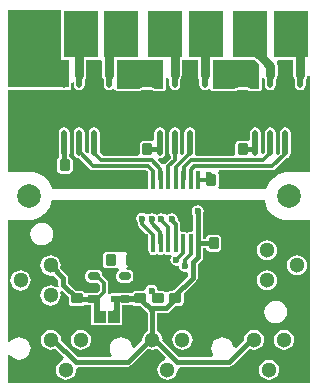
<source format=gbl>
G04*
G04 #@! TF.GenerationSoftware,Altium Limited,Altium Designer,19.1.8 (144)*
G04*
G04 Layer_Physical_Order=2*
G04 Layer_Color=16711680*
%FSLAX43Y43*%
%MOMM*%
G71*
G01*
G75*
%ADD12C,0.300*%
G04:AMPARAMS|DCode=30|XSize=1.8mm|YSize=1.15mm|CornerRadius=0.144mm|HoleSize=0mm|Usage=FLASHONLY|Rotation=0.000|XOffset=0mm|YOffset=0mm|HoleType=Round|Shape=RoundedRectangle|*
%AMROUNDEDRECTD30*
21,1,1.800,0.863,0,0,0.0*
21,1,1.513,1.150,0,0,0.0*
1,1,0.288,0.756,-0.431*
1,1,0.288,-0.756,-0.431*
1,1,0.288,-0.756,0.431*
1,1,0.288,0.756,0.431*
%
%ADD30ROUNDEDRECTD30*%
G04:AMPARAMS|DCode=32|XSize=1mm|YSize=0.9mm|CornerRadius=0.113mm|HoleSize=0mm|Usage=FLASHONLY|Rotation=270.000|XOffset=0mm|YOffset=0mm|HoleType=Round|Shape=RoundedRectangle|*
%AMROUNDEDRECTD32*
21,1,1.000,0.675,0,0,270.0*
21,1,0.775,0.900,0,0,270.0*
1,1,0.225,-0.338,-0.388*
1,1,0.225,-0.338,0.388*
1,1,0.225,0.338,0.388*
1,1,0.225,0.338,-0.388*
%
%ADD32ROUNDEDRECTD32*%
%ADD37C,0.400*%
%ADD38C,0.500*%
%ADD39C,1.300*%
%ADD40C,2.000*%
%ADD41C,0.600*%
%ADD42R,0.400X1.550*%
%ADD43O,0.400X1.550*%
%ADD44R,3.100X2.400*%
%ADD45R,0.500X2.200*%
%ADD46O,0.500X2.200*%
%ADD47R,1.000X1.000*%
G04:AMPARAMS|DCode=48|XSize=1mm|YSize=0.9mm|CornerRadius=0.113mm|HoleSize=0mm|Usage=FLASHONLY|Rotation=180.000|XOffset=0mm|YOffset=0mm|HoleType=Round|Shape=RoundedRectangle|*
%AMROUNDEDRECTD48*
21,1,1.000,0.675,0,0,180.0*
21,1,0.775,0.900,0,0,180.0*
1,1,0.225,-0.388,0.338*
1,1,0.225,0.388,0.338*
1,1,0.225,0.388,-0.338*
1,1,0.225,-0.388,-0.338*
%
%ADD48ROUNDEDRECTD48*%
%ADD49R,3.000X4.000*%
%ADD50R,1.000X0.660*%
G04:AMPARAMS|DCode=51|XSize=1mm|YSize=0.66mm|CornerRadius=0.165mm|HoleSize=0mm|Usage=FLASHONLY|Rotation=0.000|XOffset=0mm|YOffset=0mm|HoleType=Round|Shape=RoundedRectangle|*
%AMROUNDEDRECTD51*
21,1,1.000,0.330,0,0,0.0*
21,1,0.670,0.660,0,0,0.0*
1,1,0.330,0.335,-0.165*
1,1,0.330,-0.335,-0.165*
1,1,0.330,-0.335,0.165*
1,1,0.330,0.335,0.165*
%
%ADD51ROUNDEDRECTD51*%
%ADD52R,4.000X3.000*%
%ADD53C,0.800*%
G36*
X4700Y31796D02*
Y27500D01*
X5400D01*
Y25200D01*
X4218D01*
X4188Y25206D01*
X3413D01*
X3382Y25200D01*
X204D01*
Y31796D01*
X4700Y31796D01*
D02*
G37*
G36*
X21159Y27498D02*
X21500Y27157D01*
Y25100D01*
X20721D01*
X20713Y25113D01*
X20609Y25182D01*
X20488Y25206D01*
X19713D01*
X19591Y25182D01*
X19487Y25113D01*
X19479Y25100D01*
X17600D01*
Y27500D01*
X21156D01*
X21159Y27498D01*
D02*
G37*
G36*
X13400Y25100D02*
X12621D01*
X12613Y25113D01*
X12509Y25182D01*
X12388Y25206D01*
X11613D01*
X11491Y25182D01*
X11387Y25113D01*
X11379Y25100D01*
X9500D01*
Y27500D01*
X13400D01*
Y25100D01*
D02*
G37*
G36*
X24393Y26275D02*
X24440Y26041D01*
X24546Y25882D01*
Y25425D01*
X24581Y25249D01*
X24681Y25101D01*
X24829Y25001D01*
X25005Y24966D01*
X25181Y25001D01*
X25329Y25101D01*
X25429Y25249D01*
X25464Y25425D01*
Y25882D01*
X25570Y26041D01*
X25596Y26171D01*
X25796Y26151D01*
X25796Y18000D01*
X23803D01*
X23417Y17923D01*
X23053Y17772D01*
X22725Y17553D01*
X22447Y17275D01*
X22228Y16947D01*
X22084Y16600D01*
X18093D01*
X18036Y16732D01*
X18021Y16800D01*
X18082Y16891D01*
X18106Y17013D01*
Y17788D01*
X18082Y17909D01*
X18043Y17968D01*
X18097Y18124D01*
X18131Y18168D01*
X22625D01*
X22762Y18195D01*
X22877Y18273D01*
X23842Y19237D01*
X23911Y19251D01*
X24059Y19351D01*
X24159Y19499D01*
X24194Y19675D01*
Y21375D01*
X24159Y21551D01*
X24059Y21699D01*
X23911Y21799D01*
X23735Y21834D01*
X23559Y21799D01*
X23411Y21699D01*
X23311Y21551D01*
X23276Y21375D01*
Y19681D01*
X23092Y19497D01*
X22908Y19596D01*
X22924Y19675D01*
Y21375D01*
X22889Y21551D01*
X22789Y21699D01*
X22641Y21799D01*
X22465Y21834D01*
X22289Y21799D01*
X22141Y21699D01*
X22041Y21551D01*
X22006Y21375D01*
Y19721D01*
X21832Y19547D01*
X21648Y19645D01*
X21654Y19675D01*
Y21375D01*
X21619Y21551D01*
X21519Y21699D01*
X21371Y21799D01*
X21195Y21834D01*
X21019Y21799D01*
X20871Y21699D01*
X20771Y21551D01*
X20736Y21375D01*
Y20838D01*
X20706Y20801D01*
X20536Y20696D01*
X20487Y20706D01*
X19812D01*
X19691Y20682D01*
X19587Y20613D01*
X19518Y20509D01*
X19494Y20388D01*
Y19612D01*
X19500Y19582D01*
X19381Y19401D01*
X19351Y19382D01*
X16203D01*
X16075Y19582D01*
X16094Y19675D01*
Y21375D01*
X16059Y21551D01*
X15959Y21699D01*
X15811Y21799D01*
X15635Y21834D01*
X15459Y21799D01*
X15311Y21699D01*
X15211Y21551D01*
X15176Y21375D01*
Y19681D01*
X14992Y19497D01*
X14808Y19596D01*
X14824Y19675D01*
Y21375D01*
X14789Y21551D01*
X14689Y21699D01*
X14541Y21799D01*
X14365Y21834D01*
X14189Y21799D01*
X14041Y21699D01*
X13941Y21551D01*
X13906Y21375D01*
Y19675D01*
X13941Y19499D01*
X14008Y19399D01*
Y19220D01*
X13548Y18759D01*
X13530Y18733D01*
X13303Y18691D01*
X13283Y18696D01*
X12936Y19044D01*
X13034Y19228D01*
X13095Y19216D01*
X13271Y19251D01*
X13419Y19351D01*
X13519Y19499D01*
X13554Y19675D01*
Y21375D01*
X13519Y21551D01*
X13419Y21699D01*
X13271Y21799D01*
X13095Y21834D01*
X12919Y21799D01*
X12771Y21699D01*
X12671Y21551D01*
X12636Y21375D01*
Y20838D01*
X12606Y20801D01*
X12436Y20696D01*
X12387Y20706D01*
X11712D01*
X11591Y20682D01*
X11487Y20613D01*
X11418Y20509D01*
X11394Y20388D01*
Y19612D01*
X11235Y19432D01*
X8283D01*
X7994Y19721D01*
Y21375D01*
X7959Y21551D01*
X7859Y21699D01*
X7711Y21799D01*
X7535Y21834D01*
X7359Y21799D01*
X7211Y21699D01*
X7111Y21551D01*
X7076Y21375D01*
Y19711D01*
X6989Y19651D01*
X6883Y19622D01*
X6724Y19781D01*
Y21375D01*
X6689Y21551D01*
X6589Y21699D01*
X6441Y21799D01*
X6265Y21834D01*
X6089Y21799D01*
X5941Y21699D01*
X5841Y21551D01*
X5806Y21375D01*
Y19675D01*
X5841Y19499D01*
X5941Y19351D01*
X6089Y19251D01*
X6265Y19216D01*
X6277Y19219D01*
X7173Y18323D01*
X7288Y18245D01*
X7425Y18218D01*
X11925D01*
X12130Y18013D01*
X12122Y17975D01*
Y16825D01*
X12127Y16800D01*
X11977Y16600D01*
X3955D01*
X3931Y16723D01*
X3795Y17051D01*
X3597Y17346D01*
X3346Y17597D01*
X3051Y17795D01*
X2723Y17931D01*
X2375Y18000D01*
X204D01*
Y24996D01*
X3382D01*
X3401Y25000D01*
X3422D01*
X3433Y25002D01*
X4167D01*
X4179Y25000D01*
X4199D01*
X4218Y24996D01*
X4845D01*
X4995Y24966D01*
X5145Y24996D01*
X5400D01*
X5478Y25012D01*
X5544Y25056D01*
X5588Y25122D01*
X5604Y25200D01*
Y25578D01*
X5804Y25678D01*
X5806Y25677D01*
Y25425D01*
X5841Y25249D01*
X5941Y25101D01*
X6089Y25001D01*
X6265Y24966D01*
X6441Y25001D01*
X6589Y25101D01*
X6689Y25249D01*
X6724Y25425D01*
Y25882D01*
X6830Y26041D01*
X6877Y26275D01*
Y27500D01*
X8100D01*
X8193Y27339D01*
Y26275D01*
X8240Y26041D01*
X8346Y25882D01*
Y25425D01*
X8381Y25249D01*
X8481Y25101D01*
X8629Y25001D01*
X8805Y24966D01*
X8981Y25001D01*
X9103Y25083D01*
X9107Y25083D01*
X9243Y25052D01*
X9312Y25022D01*
X9356Y24956D01*
X9422Y24912D01*
X9500Y24896D01*
X11379D01*
X11398Y24900D01*
X11418Y24900D01*
X11437Y24908D01*
X11457Y24912D01*
X11473Y24923D01*
X11492Y24930D01*
X11506Y24945D01*
X11523Y24956D01*
X11526Y24960D01*
X11570Y24990D01*
X11633Y25002D01*
X12367D01*
X12430Y24990D01*
X12474Y24960D01*
X12477Y24956D01*
X12494Y24945D01*
X12508Y24930D01*
X12527Y24923D01*
X12543Y24912D01*
X12563Y24908D01*
X12582Y24900D01*
X12602Y24900D01*
X12621Y24896D01*
X13400D01*
X13478Y24912D01*
X13544Y24956D01*
X13588Y25022D01*
X13604Y25100D01*
Y26001D01*
X13787Y26038D01*
X13804Y26035D01*
X13906Y25882D01*
Y25425D01*
X13941Y25249D01*
X14041Y25101D01*
X14189Y25001D01*
X14365Y24966D01*
X14541Y25001D01*
X14689Y25101D01*
X14789Y25249D01*
X14824Y25425D01*
Y25882D01*
X14930Y26041D01*
X14977Y26275D01*
Y27500D01*
X15200D01*
Y27500D01*
X15300D01*
Y27500D01*
X16293D01*
Y26275D01*
X16340Y26041D01*
X16446Y25882D01*
Y25425D01*
X16481Y25249D01*
X16581Y25101D01*
X16729Y25001D01*
X16905Y24966D01*
X17081Y25001D01*
X17203Y25083D01*
X17207Y25083D01*
X17343Y25052D01*
X17412Y25022D01*
X17456Y24956D01*
X17522Y24912D01*
X17600Y24896D01*
X19479D01*
X19498Y24900D01*
X19518Y24900D01*
X19537Y24908D01*
X19557Y24912D01*
X19573Y24923D01*
X19592Y24930D01*
X19606Y24945D01*
X19623Y24956D01*
X19626Y24960D01*
X19670Y24990D01*
X19733Y25002D01*
X20467D01*
X20530Y24990D01*
X20574Y24960D01*
X20577Y24956D01*
X20594Y24945D01*
X20608Y24930D01*
X20627Y24923D01*
X20643Y24912D01*
X20663Y24908D01*
X20682Y24900D01*
X20702Y24900D01*
X20721Y24896D01*
X21500D01*
X21578Y24912D01*
X21644Y24956D01*
X21688Y25022D01*
X21704Y25100D01*
Y26001D01*
X21887Y26038D01*
X21904Y26035D01*
X22006Y25882D01*
Y25425D01*
X22041Y25249D01*
X22141Y25101D01*
X22289Y25001D01*
X22465Y24966D01*
X22641Y25001D01*
X22789Y25101D01*
X22889Y25249D01*
X22924Y25425D01*
Y25882D01*
X23030Y26041D01*
X23077Y26275D01*
Y27057D01*
X23030Y27291D01*
X23024Y27300D01*
X23131Y27500D01*
X24393D01*
Y26275D01*
D02*
G37*
G36*
X22000Y15625D02*
X22069Y15277D01*
X22205Y14949D01*
X22403Y14654D01*
X22654Y14403D01*
X22949Y14205D01*
X23277Y14069D01*
X23625Y14000D01*
X25796D01*
X25796Y204D01*
X204Y204D01*
Y2526D01*
X209Y2529D01*
X404Y2577D01*
X522Y2422D01*
X721Y2270D01*
X952Y2174D01*
X1200Y2142D01*
X1448Y2174D01*
X1679Y2270D01*
X1878Y2422D01*
X2030Y2621D01*
X2126Y2852D01*
X2158Y3100D01*
X2126Y3348D01*
X2030Y3579D01*
X1878Y3778D01*
X1679Y3930D01*
X1448Y4026D01*
X1200Y4058D01*
X952Y4026D01*
X721Y3930D01*
X522Y3778D01*
X404Y3623D01*
X209Y3671D01*
X204Y3674D01*
Y14000D01*
X2197D01*
X2583Y14077D01*
X2947Y14228D01*
X3275Y14446D01*
X3553Y14725D01*
X3772Y15053D01*
X3923Y15417D01*
X3980Y15700D01*
X22000D01*
Y15625D01*
D02*
G37*
%LPC*%
G36*
X4995Y21834D02*
X4819Y21799D01*
X4671Y21699D01*
X4571Y21551D01*
X4536Y21375D01*
Y19675D01*
X4571Y19499D01*
X4586Y19477D01*
X4587Y19446D01*
X4556Y19258D01*
X4487Y19213D01*
X4418Y19109D01*
X4394Y18987D01*
Y18212D01*
X4418Y18091D01*
X4487Y17987D01*
X4591Y17918D01*
X4713Y17894D01*
X5387D01*
X5509Y17918D01*
X5613Y17987D01*
X5682Y18091D01*
X5706Y18212D01*
Y18987D01*
X5682Y19109D01*
X5613Y19213D01*
X5509Y19282D01*
X5422Y19299D01*
Y19515D01*
X5454Y19675D01*
Y21375D01*
X5419Y21551D01*
X5319Y21699D01*
X5171Y21799D01*
X4995Y21834D01*
D02*
G37*
G36*
X16300Y15210D02*
X16105Y15171D01*
X15940Y15060D01*
X15829Y14895D01*
X15790Y14700D01*
X15829Y14505D01*
X15932Y14351D01*
Y13127D01*
X15732Y12977D01*
X15705Y12983D01*
X15549Y12952D01*
X15543Y12948D01*
X15387Y12877D01*
X15232Y12948D01*
X15226Y12952D01*
X15070Y12983D01*
X14992Y12967D01*
X14792Y13092D01*
Y13603D01*
X14765Y13740D01*
X14687Y13855D01*
X14595Y13947D01*
X14610Y14019D01*
X14571Y14214D01*
X14460Y14380D01*
X14295Y14490D01*
X14100Y14529D01*
X13905Y14490D01*
X13740Y14380D01*
X13542Y14444D01*
X13426Y14521D01*
X13231Y14560D01*
X13036Y14521D01*
X12974Y14479D01*
X12846Y14418D01*
X12671Y14472D01*
X12626Y14502D01*
X12431Y14541D01*
X12236Y14502D01*
X12193Y14473D01*
X11960Y14460D01*
X11795Y14571D01*
X11600Y14610D01*
X11405Y14571D01*
X11240Y14460D01*
X11129Y14295D01*
X11090Y14100D01*
X11129Y13905D01*
X11240Y13740D01*
X11243Y13737D01*
Y13648D01*
X11270Y13511D01*
X11348Y13395D01*
X12130Y12613D01*
X12122Y12575D01*
Y11425D01*
X12153Y11269D01*
X12242Y11137D01*
X12374Y11048D01*
X12530Y11017D01*
X12686Y11048D01*
X12818Y11137D01*
X12877D01*
X13009Y11048D01*
X13165Y11017D01*
X13321Y11048D01*
X13453Y11137D01*
X13512D01*
X13644Y11048D01*
X13800Y11017D01*
X13956Y11048D01*
X13959Y11050D01*
X14103Y10906D01*
X14029Y10795D01*
X13990Y10600D01*
X14029Y10405D01*
X14140Y10240D01*
X14305Y10129D01*
X14500Y10090D01*
X14504Y10091D01*
X14690Y10100D01*
X14729Y9905D01*
X14840Y9740D01*
X15005Y9629D01*
X15200Y9590D01*
X15292Y9609D01*
X15492Y9472D01*
Y9269D01*
X14229Y8006D01*
X14218D01*
X14200Y8010D01*
X14182Y8006D01*
X14012D01*
X13891Y7982D01*
X13787Y7913D01*
X13761Y7874D01*
X13749Y7870D01*
X13551Y7870D01*
X13539Y7874D01*
X13513Y7913D01*
X13409Y7982D01*
X13288Y8006D01*
X12909D01*
X12871Y8195D01*
X12760Y8360D01*
X12595Y8471D01*
X12400Y8510D01*
X12205Y8471D01*
X12040Y8360D01*
X11929Y8195D01*
X11926Y8182D01*
X11787Y8006D01*
X11012D01*
X10891Y7982D01*
X10787Y7913D01*
X10718Y7809D01*
X10607Y7809D01*
X10465Y7837D01*
X9795D01*
X9652Y7809D01*
X9578Y7759D01*
X9413D01*
X9395Y7771D01*
X9200Y7810D01*
X9005Y7771D01*
X8862Y7675D01*
X8760Y7725D01*
X8689Y7782D01*
X8707Y7872D01*
Y8628D01*
X8680Y8765D01*
X8602Y8881D01*
X8207Y9276D01*
Y9365D01*
X8179Y9507D01*
X8098Y9628D01*
X7977Y9709D01*
X7835Y9737D01*
X7165D01*
X7022Y9709D01*
X6902Y9628D01*
X6821Y9507D01*
X6793Y9365D01*
Y9035D01*
X6821Y8893D01*
X6902Y8772D01*
X7022Y8691D01*
X7165Y8663D01*
X7811D01*
X7993Y8481D01*
Y8020D01*
X7803Y7830D01*
X6800D01*
X6713Y7913D01*
X6609Y7982D01*
X6488Y8006D01*
X5971D01*
X5314Y8663D01*
Y9064D01*
X5283Y9220D01*
X5194Y9352D01*
X5194Y9352D01*
X4659Y9887D01*
X4668Y9908D01*
X4697Y10130D01*
X4668Y10352D01*
X4582Y10559D01*
X4446Y10736D01*
X4269Y10872D01*
X4062Y10958D01*
X3840Y10987D01*
X3618Y10958D01*
X3411Y10872D01*
X3234Y10736D01*
X3098Y10559D01*
X3012Y10352D01*
X2983Y10130D01*
X3012Y9908D01*
X3098Y9701D01*
X3234Y9524D01*
X3411Y9388D01*
X3618Y9302D01*
X3840Y9273D01*
X4062Y9302D01*
X4083Y9311D01*
X4498Y8895D01*
Y8494D01*
X4498Y8494D01*
X4518Y8393D01*
X4450Y8321D01*
X4355Y8266D01*
X4269Y8332D01*
X4062Y8418D01*
X3840Y8447D01*
X3618Y8418D01*
X3411Y8332D01*
X3234Y8196D01*
X3098Y8019D01*
X3012Y7812D01*
X2983Y7590D01*
X3012Y7368D01*
X3098Y7161D01*
X3234Y6984D01*
X3411Y6848D01*
X3618Y6762D01*
X3840Y6733D01*
X4062Y6762D01*
X4269Y6848D01*
X4446Y6984D01*
X4582Y7161D01*
X4668Y7368D01*
X4697Y7590D01*
X4668Y7812D01*
X4625Y7915D01*
X4795Y8028D01*
X5394Y7429D01*
Y7012D01*
X5418Y6891D01*
X5487Y6787D01*
X5591Y6718D01*
X5713Y6694D01*
X6488D01*
X6609Y6718D01*
X6619Y6724D01*
X6800Y6770D01*
X6800Y6770D01*
X7291D01*
Y6050D01*
X7300Y6005D01*
Y5100D01*
X9900D01*
Y6206D01*
X9909Y6250D01*
Y6763D01*
X10465D01*
X10607Y6791D01*
X10719Y6866D01*
X10734D01*
X10787Y6787D01*
X10891Y6718D01*
X11012Y6694D01*
X11479D01*
X11962Y6212D01*
X11962Y6212D01*
X12062Y6111D01*
Y4591D01*
X12041Y4582D01*
X11864Y4446D01*
X11728Y4269D01*
X11642Y4062D01*
X11613Y3840D01*
X11620Y3782D01*
X10954Y3115D01*
X10746Y3191D01*
X10726Y3348D01*
X10630Y3579D01*
X10478Y3778D01*
X10279Y3930D01*
X10048Y4026D01*
X9800Y4058D01*
X9552Y4026D01*
X9321Y3930D01*
X9122Y3778D01*
X8970Y3579D01*
X8874Y3348D01*
X8842Y3100D01*
X8874Y2852D01*
X8970Y2621D01*
X9019Y2558D01*
X8920Y2358D01*
X6144D01*
X4720Y3782D01*
X4727Y3840D01*
X4698Y4062D01*
X4612Y4269D01*
X4476Y4446D01*
X4299Y4582D01*
X4092Y4668D01*
X3870Y4697D01*
X3648Y4668D01*
X3441Y4582D01*
X3264Y4446D01*
X3128Y4269D01*
X3042Y4062D01*
X3013Y3840D01*
X3042Y3618D01*
X3128Y3411D01*
X3264Y3234D01*
X3441Y3098D01*
X3648Y3012D01*
X3870Y2983D01*
X4092Y3012D01*
X4265Y3083D01*
X5007Y2342D01*
X4935Y2130D01*
X4918Y2128D01*
X4711Y2042D01*
X4534Y1906D01*
X4398Y1729D01*
X4312Y1522D01*
X4283Y1300D01*
X4312Y1078D01*
X4398Y871D01*
X4534Y694D01*
X4711Y558D01*
X4918Y472D01*
X5140Y443D01*
X5362Y472D01*
X5569Y558D01*
X5746Y694D01*
X5882Y871D01*
X5968Y1078D01*
X5997Y1300D01*
X5992Y1342D01*
X6167Y1542D01*
X10365D01*
X10365Y1542D01*
X10521Y1573D01*
X10653Y1662D01*
X12075Y3083D01*
X12248Y3012D01*
X12470Y2983D01*
X12692Y3012D01*
X12865Y3083D01*
X13607Y2342D01*
X13535Y2130D01*
X13518Y2128D01*
X13311Y2042D01*
X13134Y1906D01*
X12998Y1729D01*
X12912Y1522D01*
X12883Y1300D01*
X12912Y1078D01*
X12998Y871D01*
X13134Y694D01*
X13311Y558D01*
X13518Y472D01*
X13740Y443D01*
X13962Y472D01*
X14169Y558D01*
X14346Y694D01*
X14482Y871D01*
X14568Y1078D01*
X14597Y1300D01*
X14592Y1342D01*
X14767Y1542D01*
X18965D01*
X18965Y1542D01*
X19121Y1573D01*
X19253Y1662D01*
X20675Y3083D01*
X20848Y3012D01*
X21070Y2983D01*
X21292Y3012D01*
X21499Y3098D01*
X21676Y3234D01*
X21812Y3411D01*
X21898Y3618D01*
X21927Y3840D01*
X21898Y4062D01*
X21812Y4269D01*
X21676Y4446D01*
X21499Y4582D01*
X21292Y4668D01*
X21070Y4697D01*
X20848Y4668D01*
X20641Y4582D01*
X20464Y4446D01*
X20328Y4269D01*
X20242Y4062D01*
X20213Y3840D01*
X20220Y3782D01*
X19554Y3115D01*
X19346Y3191D01*
X19326Y3348D01*
X19230Y3579D01*
X19078Y3778D01*
X18879Y3930D01*
X18648Y4026D01*
X18400Y4058D01*
X18152Y4026D01*
X17921Y3930D01*
X17722Y3778D01*
X17570Y3579D01*
X17474Y3348D01*
X17442Y3100D01*
X17474Y2852D01*
X17570Y2621D01*
X17619Y2558D01*
X17520Y2358D01*
X14744D01*
X13320Y3782D01*
X13327Y3840D01*
X13298Y4062D01*
X13212Y4269D01*
X13076Y4446D01*
X12899Y4582D01*
X12878Y4591D01*
Y6092D01*
X13600D01*
X13600Y6092D01*
X13756Y6123D01*
X13888Y6212D01*
X14371Y6694D01*
X14788D01*
X14909Y6718D01*
X15013Y6787D01*
X15082Y6891D01*
X15106Y7012D01*
Y7688D01*
X15099Y7723D01*
X16188Y8812D01*
X16188Y8812D01*
X16277Y8944D01*
X16308Y9100D01*
Y10231D01*
X16628Y10552D01*
X16628Y10552D01*
X16717Y10684D01*
X16748Y10840D01*
X16748Y10840D01*
Y11592D01*
X16998D01*
X17018Y11491D01*
X17087Y11387D01*
X17191Y11318D01*
X17312Y11294D01*
X17987D01*
X18109Y11318D01*
X18213Y11387D01*
X18282Y11491D01*
X18306Y11613D01*
Y12387D01*
X18282Y12509D01*
X18213Y12613D01*
X18109Y12682D01*
X17987Y12706D01*
X17312D01*
X17191Y12682D01*
X17087Y12613D01*
X17018Y12509D01*
X16998Y12408D01*
X16748D01*
Y14460D01*
X16748Y14460D01*
X16746Y14468D01*
X16771Y14505D01*
X16810Y14700D01*
X16771Y14895D01*
X16660Y15060D01*
X16495Y15171D01*
X16300Y15210D01*
D02*
G37*
G36*
X3100Y13758D02*
X2852Y13726D01*
X2621Y13630D01*
X2422Y13478D01*
X2270Y13279D01*
X2174Y13048D01*
X2142Y12800D01*
X2174Y12552D01*
X2270Y12321D01*
X2422Y12122D01*
X2621Y11970D01*
X2852Y11874D01*
X3100Y11842D01*
X3348Y11874D01*
X3579Y11970D01*
X3778Y12122D01*
X3930Y12321D01*
X4026Y12552D01*
X4058Y12800D01*
X4026Y13048D01*
X3930Y13279D01*
X3778Y13478D01*
X3579Y13630D01*
X3348Y13726D01*
X3100Y13758D01*
D02*
G37*
G36*
X22160Y12267D02*
X21938Y12238D01*
X21731Y12152D01*
X21554Y12016D01*
X21418Y11839D01*
X21332Y11632D01*
X21303Y11410D01*
X21332Y11188D01*
X21418Y10981D01*
X21554Y10804D01*
X21731Y10668D01*
X21938Y10582D01*
X22160Y10553D01*
X22382Y10582D01*
X22589Y10668D01*
X22766Y10804D01*
X22902Y10981D01*
X22988Y11188D01*
X23017Y11410D01*
X22988Y11632D01*
X22902Y11839D01*
X22766Y12016D01*
X22589Y12152D01*
X22382Y12238D01*
X22160Y12267D01*
D02*
G37*
G36*
X24700Y10997D02*
X24478Y10968D01*
X24271Y10882D01*
X24094Y10746D01*
X23958Y10569D01*
X23872Y10362D01*
X23843Y10140D01*
X23872Y9918D01*
X23958Y9711D01*
X24094Y9534D01*
X24271Y9398D01*
X24478Y9312D01*
X24700Y9283D01*
X24922Y9312D01*
X25129Y9398D01*
X25306Y9534D01*
X25442Y9711D01*
X25528Y9918D01*
X25557Y10140D01*
X25528Y10362D01*
X25442Y10569D01*
X25306Y10746D01*
X25129Y10882D01*
X24922Y10968D01*
X24700Y10997D01*
D02*
G37*
G36*
X9288Y11306D02*
X8613D01*
X8491Y11282D01*
X8387Y11213D01*
X8318Y11109D01*
X8294Y10988D01*
Y10212D01*
X8318Y10091D01*
X8387Y9987D01*
X8491Y9918D01*
X8613Y9894D01*
X9288D01*
X9386Y9914D01*
X9400Y9900D01*
X9523D01*
X9641Y9715D01*
X9639Y9700D01*
X9532Y9628D01*
X9451Y9507D01*
X9423Y9365D01*
Y9035D01*
X9451Y8893D01*
X9532Y8772D01*
X9652Y8691D01*
X9795Y8663D01*
X10465D01*
X10607Y8691D01*
X10728Y8772D01*
X10809Y8893D01*
X10837Y9035D01*
Y9365D01*
X10809Y9507D01*
X10728Y9628D01*
X10607Y9709D01*
X10465Y9737D01*
X10290D01*
X10237Y9937D01*
X10400Y10100D01*
Y11100D01*
X10200Y11300D01*
X9400D01*
X9386Y11286D01*
X9288Y11306D01*
D02*
G37*
G36*
X22160Y9727D02*
X21938Y9698D01*
X21731Y9612D01*
X21554Y9476D01*
X21418Y9299D01*
X21332Y9092D01*
X21303Y8870D01*
X21332Y8648D01*
X21418Y8441D01*
X21554Y8264D01*
X21731Y8128D01*
X21938Y8042D01*
X22160Y8013D01*
X22382Y8042D01*
X22589Y8128D01*
X22766Y8264D01*
X22902Y8441D01*
X22988Y8648D01*
X23017Y8870D01*
X22988Y9092D01*
X22902Y9299D01*
X22766Y9476D01*
X22589Y9612D01*
X22382Y9698D01*
X22160Y9727D01*
D02*
G37*
G36*
X1300Y9717D02*
X1078Y9688D01*
X871Y9602D01*
X694Y9466D01*
X558Y9289D01*
X472Y9082D01*
X443Y8860D01*
X472Y8638D01*
X558Y8431D01*
X694Y8254D01*
X871Y8118D01*
X1078Y8032D01*
X1300Y8003D01*
X1522Y8032D01*
X1729Y8118D01*
X1906Y8254D01*
X2042Y8431D01*
X2128Y8638D01*
X2157Y8860D01*
X2128Y9082D01*
X2042Y9289D01*
X1906Y9466D01*
X1729Y9602D01*
X1522Y9688D01*
X1300Y9717D01*
D02*
G37*
G36*
X22900Y7158D02*
X22652Y7126D01*
X22421Y7030D01*
X22222Y6878D01*
X22070Y6679D01*
X21974Y6448D01*
X21942Y6200D01*
X21974Y5952D01*
X22070Y5721D01*
X22222Y5522D01*
X22421Y5370D01*
X22652Y5274D01*
X22900Y5242D01*
X23148Y5274D01*
X23379Y5370D01*
X23578Y5522D01*
X23730Y5721D01*
X23826Y5952D01*
X23858Y6200D01*
X23826Y6448D01*
X23730Y6679D01*
X23578Y6878D01*
X23379Y7030D01*
X23148Y7126D01*
X22900Y7158D01*
D02*
G37*
G36*
X23610Y4697D02*
X23388Y4668D01*
X23181Y4582D01*
X23004Y4446D01*
X22868Y4269D01*
X22782Y4062D01*
X22753Y3840D01*
X22782Y3618D01*
X22868Y3411D01*
X23004Y3234D01*
X23181Y3098D01*
X23388Y3012D01*
X23610Y2983D01*
X23832Y3012D01*
X24039Y3098D01*
X24216Y3234D01*
X24352Y3411D01*
X24438Y3618D01*
X24467Y3840D01*
X24438Y4062D01*
X24352Y4269D01*
X24216Y4446D01*
X24039Y4582D01*
X23832Y4668D01*
X23610Y4697D01*
D02*
G37*
G36*
X15010D02*
X14788Y4668D01*
X14581Y4582D01*
X14404Y4446D01*
X14268Y4269D01*
X14182Y4062D01*
X14153Y3840D01*
X14182Y3618D01*
X14268Y3411D01*
X14404Y3234D01*
X14581Y3098D01*
X14788Y3012D01*
X15010Y2983D01*
X15232Y3012D01*
X15439Y3098D01*
X15616Y3234D01*
X15752Y3411D01*
X15838Y3618D01*
X15867Y3840D01*
X15838Y4062D01*
X15752Y4269D01*
X15616Y4446D01*
X15439Y4582D01*
X15232Y4668D01*
X15010Y4697D01*
D02*
G37*
G36*
X6410D02*
X6188Y4668D01*
X5981Y4582D01*
X5804Y4446D01*
X5668Y4269D01*
X5582Y4062D01*
X5553Y3840D01*
X5582Y3618D01*
X5668Y3411D01*
X5804Y3234D01*
X5981Y3098D01*
X6188Y3012D01*
X6410Y2983D01*
X6632Y3012D01*
X6839Y3098D01*
X7016Y3234D01*
X7152Y3411D01*
X7238Y3618D01*
X7267Y3840D01*
X7238Y4062D01*
X7152Y4269D01*
X7016Y4446D01*
X6839Y4582D01*
X6632Y4668D01*
X6410Y4697D01*
D02*
G37*
G36*
X22340Y2157D02*
X22118Y2128D01*
X21911Y2042D01*
X21734Y1906D01*
X21598Y1729D01*
X21512Y1522D01*
X21483Y1300D01*
X21512Y1078D01*
X21598Y871D01*
X21734Y694D01*
X21911Y558D01*
X22118Y472D01*
X22340Y443D01*
X22562Y472D01*
X22769Y558D01*
X22946Y694D01*
X23082Y871D01*
X23168Y1078D01*
X23197Y1300D01*
X23168Y1522D01*
X23082Y1729D01*
X22946Y1906D01*
X22769Y2042D01*
X22562Y2128D01*
X22340Y2157D01*
D02*
G37*
%LPD*%
D12*
X16025Y18525D02*
X22625D01*
X15732Y19025D02*
X21815D01*
X22465Y19675D01*
X15150Y18443D02*
X15732Y19025D01*
X22625Y18525D02*
X23697Y19597D01*
X15724Y18224D02*
X16025Y18525D01*
X16340Y17400D02*
X17450D01*
X14435Y18435D02*
X15635Y19635D01*
Y20525D01*
X14435Y17400D02*
Y18435D01*
X13800Y18507D02*
X14365Y19072D01*
X13800Y17400D02*
Y18507D01*
X14365Y19072D02*
Y20525D01*
X15070Y17400D02*
X15150Y17480D01*
Y18443D01*
X12400Y19075D02*
X13146Y18329D01*
X17300Y17550D02*
Y17700D01*
Y17550D02*
X17450Y17400D01*
X7670Y7300D02*
X7778D01*
X8350Y7872D01*
X7778Y9200D02*
X8350Y8628D01*
Y7872D02*
Y8628D01*
X7500Y9200D02*
X7778D01*
X14100Y13919D02*
X14119D01*
X14435Y13603D01*
Y12000D02*
Y13603D01*
X13231Y13969D02*
Y14150D01*
Y13969D02*
X13800Y13400D01*
Y12000D02*
Y13400D01*
X13146Y12019D02*
Y12973D01*
X12431Y13688D02*
X13146Y12973D01*
X11600Y13648D02*
X12511Y12737D01*
Y12019D02*
Y12737D01*
X12431Y13688D02*
Y14131D01*
X11600Y13648D02*
Y14100D01*
X15200Y10100D02*
Y10593D01*
X14500Y10600D02*
X15051Y11151D01*
X15200Y10593D02*
X15705Y11098D01*
Y12000D01*
X15051Y11151D02*
Y11981D01*
X15070Y12000D01*
X13146Y12019D02*
X13165Y12000D01*
X12511Y12019D02*
X12530Y12000D01*
X15724Y17419D02*
Y18224D01*
X7425Y18575D02*
X12073D01*
X12511Y18137D01*
Y17419D02*
Y18137D01*
Y17419D02*
X12530Y17400D01*
X13146Y17419D02*
Y18329D01*
Y17419D02*
X13165Y17400D01*
X15705D02*
X15724Y17419D01*
X22465Y19675D02*
Y20525D01*
X6300Y19700D02*
X7425Y18575D01*
X6300Y19700D02*
Y20490D01*
X8135Y19075D02*
X12400D01*
X7535Y19675D02*
X8135Y19075D01*
X7535Y19675D02*
Y20525D01*
X6265D02*
X6300Y20490D01*
X23697Y19597D02*
Y20487D01*
X23735Y20525D01*
D30*
X2000Y24200D02*
D03*
Y27200D02*
D03*
X10400Y23100D02*
D03*
Y26100D02*
D03*
X18500Y23100D02*
D03*
Y26100D02*
D03*
D32*
X20150Y20000D02*
D03*
X18450D02*
D03*
X5050Y18600D02*
D03*
X3350D02*
D03*
X12050Y20000D02*
D03*
X10350D02*
D03*
X10650Y10600D02*
D03*
X8950D02*
D03*
X17450Y17400D02*
D03*
X19150D02*
D03*
X17650Y12000D02*
D03*
X19350D02*
D03*
D37*
X21195Y20046D02*
Y20525D01*
X21149Y20000D02*
X21195Y20046D01*
X20150Y20000D02*
X21149D01*
X13095Y20046D02*
Y20525D01*
X13049Y20000D02*
X13095Y20046D01*
X12050Y20000D02*
X13049D01*
X5014Y18636D02*
X5050Y18600D01*
X5014Y18636D02*
Y20506D01*
X4995Y20525D02*
X5014Y20506D01*
X14200Y7100D02*
Y7500D01*
X12250Y6500D02*
X12470Y6280D01*
Y3840D02*
Y6280D01*
X11700Y7050D02*
X12250Y6500D01*
X11700Y7050D02*
Y7100D01*
X11450Y7350D02*
X11700Y7100D01*
X11400Y7350D02*
X11450D01*
X13600Y6500D02*
X14200Y7100D01*
X12250Y6500D02*
X13600D01*
X17650Y12000D02*
X17750D01*
X16340D02*
X17650D01*
X12685Y3840D02*
X14575Y1950D01*
X16338Y14462D02*
X16340Y14460D01*
X16338Y14462D02*
Y14662D01*
X16300Y14700D02*
X16338Y14662D01*
X16340Y12000D02*
Y14460D01*
X15900Y10400D02*
X16340Y10840D01*
Y12000D01*
X15900Y9100D02*
Y10400D01*
X14300Y7500D02*
X15900Y9100D01*
X14200Y7500D02*
X14300D01*
X4085Y3840D02*
X5975Y1950D01*
X3870Y3840D02*
X4085D01*
X5975Y1950D02*
X10365D01*
X12255Y3840D01*
X12470D01*
X12685D01*
X14575Y1950D02*
X18965D01*
X20855Y3840D01*
X21070D01*
X6100Y7350D02*
X6150Y7300D01*
X7500D01*
X6050Y7350D02*
X6100D01*
X4906Y8494D02*
X6050Y7350D01*
X4906Y8494D02*
Y9064D01*
X3840Y10130D02*
X4906Y9064D01*
D38*
X7800Y6000D02*
X8200D01*
X7750Y6050D02*
X7800Y6000D01*
X7750Y6050D02*
Y7220D01*
X9200Y7300D02*
X9450D01*
Y6250D02*
Y7300D01*
X10130D01*
X9200Y6000D02*
X9450Y6250D01*
X11375Y7325D02*
X11400Y7350D01*
X10155Y7325D02*
X11375D01*
X10130Y7300D02*
X10155Y7325D01*
X7500Y7300D02*
X7670D01*
X7750Y7220D01*
D39*
X22160Y11410D02*
D03*
X24700Y10140D02*
D03*
X22160Y8870D02*
D03*
X24700Y7600D02*
D03*
X3840Y7590D02*
D03*
X1300Y8860D02*
D03*
X3840Y10130D02*
D03*
X1300Y11400D02*
D03*
X6410Y3840D02*
D03*
X5140Y1300D02*
D03*
X3870Y3840D02*
D03*
X2600Y1300D02*
D03*
X15010Y3840D02*
D03*
X13740Y1300D02*
D03*
X12470Y3840D02*
D03*
X11200Y1300D02*
D03*
X23610Y3840D02*
D03*
X22340Y1300D02*
D03*
X21070Y3840D02*
D03*
X19800Y1300D02*
D03*
D40*
X2000Y16000D02*
D03*
X24000D02*
D03*
D41*
X3000Y19800D02*
D03*
X3900Y21300D02*
D03*
X17300Y17800D02*
D03*
X20400Y9100D02*
D03*
X18100Y7400D02*
D03*
X2900Y27000D02*
D03*
X3900D02*
D03*
X4900D02*
D03*
Y25600D02*
D03*
X3900D02*
D03*
X3400Y26300D02*
D03*
X4400D02*
D03*
X18100Y27000D02*
D03*
X19100D02*
D03*
X20100D02*
D03*
X21100D02*
D03*
Y25600D02*
D03*
X20100D02*
D03*
X19100D02*
D03*
X18100D02*
D03*
X18600Y26300D02*
D03*
X19600D02*
D03*
X20600D02*
D03*
X12500D02*
D03*
X11500D02*
D03*
X10500D02*
D03*
X10000Y25600D02*
D03*
X11000D02*
D03*
X12000D02*
D03*
X13000D02*
D03*
Y27000D02*
D03*
X12000D02*
D03*
X11000D02*
D03*
X10000D02*
D03*
X9200Y7300D02*
D03*
X17100Y2800D02*
D03*
X1800Y24100D02*
D03*
X5100Y6400D02*
D03*
X5500Y5400D02*
D03*
X18800Y14900D02*
D03*
X17400Y13400D02*
D03*
X11000Y4000D02*
D03*
X16500Y4300D02*
D03*
X12400Y2500D02*
D03*
X10700Y11600D02*
D03*
X11700Y10600D02*
D03*
X20200Y12000D02*
D03*
X19400Y12900D02*
D03*
X13600Y10100D02*
D03*
X1800Y29200D02*
D03*
X3800D02*
D03*
X2800D02*
D03*
X800D02*
D03*
Y30200D02*
D03*
X1800D02*
D03*
X2800D02*
D03*
X3800D02*
D03*
Y31200D02*
D03*
X2800D02*
D03*
X1800D02*
D03*
X800D02*
D03*
X16300Y14700D02*
D03*
X14200Y7500D02*
D03*
X12400Y8000D02*
D03*
X13231Y14050D02*
D03*
X14100Y14019D02*
D03*
X12431Y14031D02*
D03*
X11600Y14100D02*
D03*
X15200Y10100D02*
D03*
X14500Y10600D02*
D03*
X8950D02*
D03*
X17400Y23400D02*
D03*
X16800Y24300D02*
D03*
Y22500D02*
D03*
X9300Y23400D02*
D03*
X8700Y24300D02*
D03*
Y22500D02*
D03*
X4500Y23400D02*
D03*
X5100Y24300D02*
D03*
Y22500D02*
D03*
X12600Y23400D02*
D03*
X13200Y24300D02*
D03*
Y22500D02*
D03*
X20700Y23400D02*
D03*
X21300Y24300D02*
D03*
Y22500D02*
D03*
X24900D02*
D03*
Y24300D02*
D03*
X25400Y23400D02*
D03*
X23100Y23400D02*
D03*
X24300Y23400D02*
D03*
X22500Y22500D02*
D03*
Y24300D02*
D03*
X23700D02*
D03*
Y22500D02*
D03*
X21900Y23400D02*
D03*
X15000D02*
D03*
X16200Y23400D02*
D03*
X14400Y22500D02*
D03*
Y24300D02*
D03*
X15600D02*
D03*
Y22500D02*
D03*
X13800Y23400D02*
D03*
X5700Y23400D02*
D03*
X7500Y22500D02*
D03*
Y24300D02*
D03*
X6300D02*
D03*
Y22500D02*
D03*
X8100Y23400D02*
D03*
X6900Y23400D02*
D03*
D42*
X16340Y12000D02*
D03*
D43*
X15705D02*
D03*
X15070D02*
D03*
X14435D02*
D03*
X13800D02*
D03*
X13165D02*
D03*
X12530D02*
D03*
X11895D02*
D03*
X16340Y17400D02*
D03*
X15705D02*
D03*
X15070D02*
D03*
X14435D02*
D03*
X13800D02*
D03*
X13165D02*
D03*
X12530D02*
D03*
X11895D02*
D03*
D44*
X23100Y23400D02*
D03*
X15000Y23400D02*
D03*
X6900Y23400D02*
D03*
D45*
X25005Y20525D02*
D03*
X16905Y20525D02*
D03*
X8805Y20525D02*
D03*
D46*
X23735D02*
D03*
X22465D02*
D03*
X21195D02*
D03*
X25005Y26275D02*
D03*
X23735D02*
D03*
X22465D02*
D03*
X21195D02*
D03*
X15635Y20525D02*
D03*
X14365D02*
D03*
X13095D02*
D03*
X16905Y26275D02*
D03*
X15635D02*
D03*
X14365D02*
D03*
X13095D02*
D03*
X7535Y20525D02*
D03*
X6265D02*
D03*
X4995D02*
D03*
X8805Y26275D02*
D03*
X7535D02*
D03*
X6265D02*
D03*
X4995D02*
D03*
D47*
X8000Y5800D02*
D03*
X9200D02*
D03*
D48*
X12900Y9050D02*
D03*
Y7350D02*
D03*
X14400Y7350D02*
D03*
Y9050D02*
D03*
X11400D02*
D03*
Y7350D02*
D03*
X6100Y9050D02*
D03*
Y7350D02*
D03*
X3800Y26250D02*
D03*
Y24550D02*
D03*
X12000Y26250D02*
D03*
Y24550D02*
D03*
X20100Y26250D02*
D03*
Y24550D02*
D03*
D49*
X9800Y29700D02*
D03*
X6400D02*
D03*
X17000D02*
D03*
X13500D02*
D03*
X24200D02*
D03*
X20700D02*
D03*
D50*
X7500Y7300D02*
D03*
D51*
Y8250D02*
D03*
Y9200D02*
D03*
X10130Y7300D02*
D03*
Y9200D02*
D03*
D52*
X2400Y21600D02*
D03*
X2300Y30200D02*
D03*
D53*
X22465Y26275D02*
Y27057D01*
X21547Y27975D02*
X22465Y27057D01*
X21525Y27975D02*
X21547D01*
X20700Y28800D02*
X21525Y27975D01*
X20700Y28800D02*
Y29700D01*
X24200D02*
X25005Y28895D01*
Y26275D02*
Y28895D01*
X16905Y29605D02*
X17000Y29700D01*
X16905Y26275D02*
Y29605D01*
X13500Y29700D02*
X14365Y28835D01*
Y26275D02*
Y28835D01*
X8805Y28705D02*
X9800Y29700D01*
X8805Y26275D02*
Y28705D01*
X6265Y29565D02*
X6400Y29700D01*
X6265Y26275D02*
Y29565D01*
M02*

</source>
